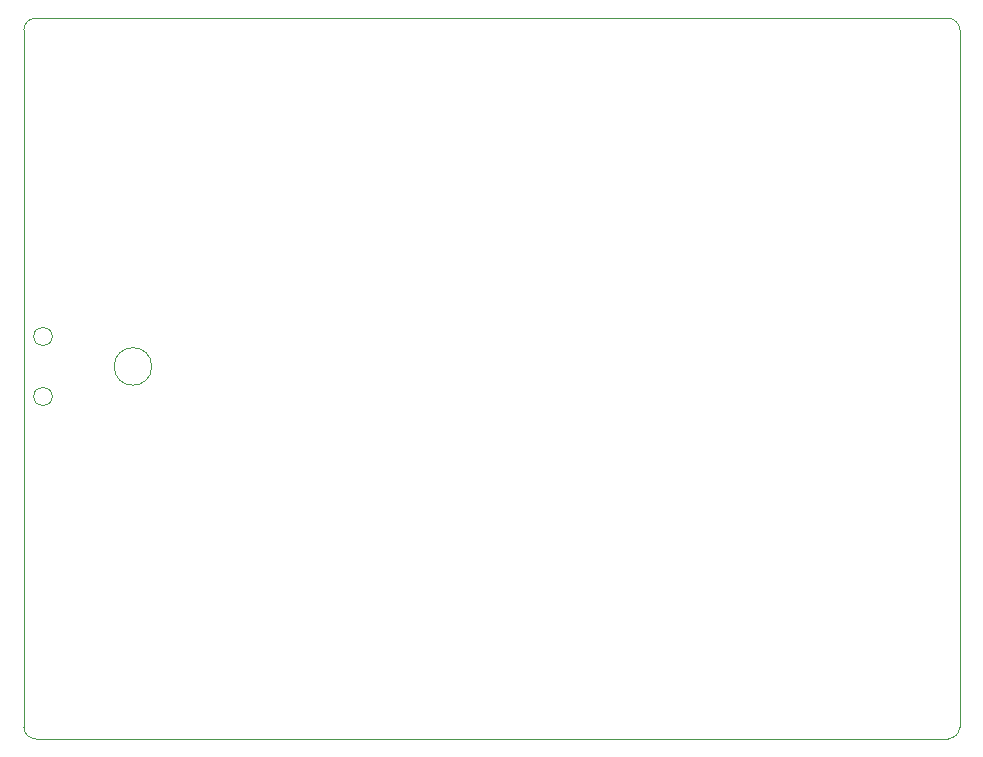
<source format=gbr>
%TF.GenerationSoftware,KiCad,Pcbnew,9.0.0*%
%TF.CreationDate,2025-03-25T21:18:25-04:00*%
%TF.ProjectId,interrupter,696e7465-7272-4757-9074-65722e6b6963,rev?*%
%TF.SameCoordinates,Original*%
%TF.FileFunction,Profile,NP*%
%FSLAX46Y46*%
G04 Gerber Fmt 4.6, Leading zero omitted, Abs format (unit mm)*
G04 Created by KiCad (PCBNEW 9.0.0) date 2025-03-25 21:18:25*
%MOMM*%
%LPD*%
G01*
G04 APERTURE LIST*
%TA.AperFunction,Profile*%
%ADD10C,0.050000*%
%TD*%
G04 APERTURE END LIST*
D10*
X267000000Y-79000000D02*
X267000000Y-138000000D01*
X188750000Y-139000000D02*
G75*
G02*
X187750000Y-138000000I0J1000000D01*
G01*
X266000000Y-78000000D02*
X188750000Y-78000000D01*
X187750000Y-79000000D02*
X187750000Y-138000000D01*
X188750000Y-139000000D02*
X266000000Y-139000000D01*
X187750000Y-79000000D02*
G75*
G02*
X188750000Y-78000000I1000000J0D01*
G01*
X267000000Y-138000000D02*
G75*
G02*
X266000000Y-139000000I-1000000J0D01*
G01*
X266000000Y-78000000D02*
G75*
G02*
X267000000Y-79000000I0J-1000000D01*
G01*
%TO.C,U3*%
X190165000Y-104945000D02*
G75*
G02*
X188590000Y-104945000I-787500J0D01*
G01*
X188590000Y-104945000D02*
G75*
G02*
X190165000Y-104945000I787500J0D01*
G01*
X190165000Y-110024700D02*
G75*
G02*
X188590000Y-110024700I-787500J0D01*
G01*
X188590000Y-110024700D02*
G75*
G02*
X190165000Y-110024700I787500J0D01*
G01*
X198585000Y-107485000D02*
G75*
G02*
X195410000Y-107485000I-1587500J0D01*
G01*
X195410000Y-107485000D02*
G75*
G02*
X198585000Y-107485000I1587500J0D01*
G01*
%TD*%
M02*

</source>
